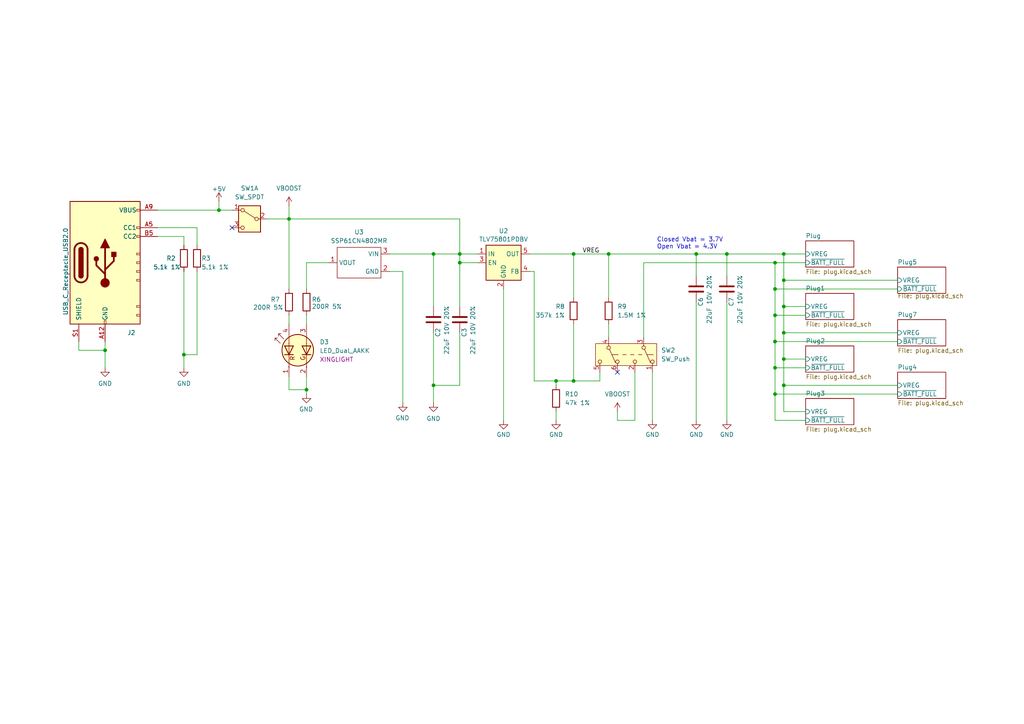
<source format=kicad_sch>
(kicad_sch (version 20250114) (generator "eeschema") (generator_version "9.0")
  (paper "A4")
  (lib_symbols
    (symbol "Device:C" (pin_numbers (hide yes)) (pin_names (offset 0.254))
      (property "Reference" "C" (at 0.635 2.54 0))
      (property "Value" "C" (at 0.635 -2.54 0))
      (symbol "C_0_1"
        (polyline (pts (xy -2.032 0.762) (xy 2.032 0.762)) (stroke (width 0.508)))
        (polyline (pts (xy -2.032 -0.762) (xy 2.032 -0.762)) (stroke (width 0.508)))
      )
      (symbol "C_1_1"
        (pin passive line (at 0 3.81 270) (length 2.794) (name "~") (number "1"))
        (pin passive line (at 0 -3.81 90) (length 2.794) (name "~") (number "2"))
      )
    )
    (symbol "Device:R" (pin_numbers (hide yes)) (pin_names (offset 0))
      (property "Reference" "R" (at 2.032 0 90))
      (property "Value" "R" (at 0 0 90))
      (symbol "R_0_1"
        (rectangle (start -1.016 -2.54) (end 1.016 2.54) (stroke (width 0.254)))
      )
      (symbol "R_1_1"
        (pin passive line (at 0 3.81 270) (length 1.27) (name "~") (number "1"))
        (pin passive line (at 0 -3.81 90) (length 1.27) (name "~") (number "2"))
      )
    )
    (symbol "Pixels-dice:LED_Dual_AAKK" (pin_names (offset 0) (hide yes))
      (property "Reference" "D" (at 0 5.715 0))
      (property "Value" "LED_Dual_AAKK" (at 0 -6.35 0))
      (symbol "LED_Dual_AAKK_0_1"
        (polyline (pts (xy -5.08 2.54) (xy 2.032 2.54)))
        (polyline (pts (xy -5.08 -2.54) (xy 2.032 -2.54)))
        (polyline (pts (xy -1.27 3.81) (xy -1.27 1.27)) (stroke (width 0.254)))
        (polyline (pts (xy -1.27 -1.27) (xy -1.27 -3.81)) (stroke (width 0.254)))
        (circle (center 0 0) (radius 4.572) (stroke (width 0.254)) (fill (type background)))
        (polyline (pts (xy 1.27 3.81) (xy 1.27 1.27) (xy -1.27 2.54) (xy 1.27 3.81)) (stroke (width 0.254)))
        (polyline (pts (xy 1.27 -1.27) (xy 1.27 -3.81) (xy -1.27 -2.54) (xy 1.27 -1.27)) (stroke (width 0.254)))
        (polyline (pts (xy 2.032 5.08) (xy 3.556 6.604) (xy 2.794 6.604) (xy 3.556 6.604) (xy 3.556 5.842)))
        (polyline (pts (xy 3.302 4.064) (xy 4.826 5.588) (xy 4.064 5.588) (xy 4.826 5.588) (xy 4.826 4.826)))
        (polyline (pts (xy 3.81 2.54) (xy 1.905 2.54)))
        (polyline (pts (xy 3.81 -2.54) (xy 1.905 -2.54)))
      )
      (symbol "LED_Dual_AAKK_1_1"
        (text "R" (at -2.286 1.524 0) (effects (font (size 1.27 1.27))))
        (text "G" (at -2.286 -1.524 0) (effects (font (size 1.27 1.27))))
        (pin input line (at -7.62 2.54 0) (length 3.048) (name "K1") (number "1"))
        (pin input line (at -7.62 -2.54 0) (length 3.048) (name "K2") (number "2"))
        (pin input line (at 7.62 2.54 180) (length 3.81) (name "A1") (number "4"))
        (pin input line (at 7.62 -2.54 180) (length 3.81) (name "A2") (number "3"))
      )
    )
    (symbol "Pixels-dice:SSP61CN4802MR"
      (property "Reference" "U" (at 0 -5.842 0))
      (property "Value" "SSP61CN4802MR" (at 0 0 0))
      (symbol "SSP61CN4802MR_0_1"
        (rectangle (start -6.35 4.445) (end 6.35 -4.445))
      )
      (symbol "SSP61CN4802MR_1_1"
        (pin power_in line (at -8.89 2.54 0) (length 2.54) (name "VIN") (number "3"))
        (pin power_in line (at -8.89 -2.54 0) (length 2.54) (name "GND") (number "2"))
        (pin output line (at 8.89 0 180) (length 2.54) (name "VOUT") (number "1"))
      )
    )
    (symbol "Pixels-dice:SW_Push_DPDT" (pin_names (offset 0) (hide yes))
      (property "Reference" "SW" (at 0 10.16 0))
      (property "Value" "SW_Push_DPDT" (at 0 -10.16 0))
      (symbol "SW_Push_DPDT_0_0"
        (circle (center -2.032 5.08) (radius 0.508))
        (circle (center -2.032 -5.08) (radius 0.508))
        (circle (center 2.032 2.54) (radius 0.508))
        (circle (center 2.032 -7.62) (radius 0.508))
      )
      (symbol "SW_Push_DPDT_0_1"
        (polyline (pts (xy -1.524 5.334) (xy 2.3368 7.0612)))
        (polyline (pts (xy -1.524 -4.826) (xy 2.3368 -3.0988)))
        (polyline (pts (xy 0 7.874) (xy 0 6.096)))
        (polyline (pts (xy 0 3.556) (xy 0 4.572)))
        (polyline (pts (xy 0 1.27) (xy 0 2.286)))
        (polyline (pts (xy 0 -1.016) (xy 0 0)))
        (polyline (pts (xy 0 -2.286) (xy 0 -4.064)))
        (circle (center 2.032 7.62) (radius 0.508))
        (circle (center 2.032 -2.54) (radius 0.508))
      )
      (symbol "SW_Push_DPDT_1_1"
        (rectangle (start -3.175 8.89) (end 3.175 -8.89) (fill (type background)))
        (pin passive line (at -5.08 5.08 0) (length 2.54) (name "B") (number "3"))
        (pin passive line (at -5.08 -5.08 0) (length 2.54) (name "B") (number "4"))
        (pin passive line (at 5.08 7.62 180) (length 2.54) (name "A") (number "1"))
        (pin passive line (at 5.08 2.54 180) (length 2.54) (name "C") (number "2"))
        (pin passive line (at 5.08 -2.54 180) (length 2.54) (name "A") (number "6"))
        (pin passive line (at 5.08 -7.62 180) (length 2.54) (name "C") (number "5"))
      )
    )
    (symbol "Pixels-dice:USB_C_Receptacle_USB2.0" (pin_names (offset 1.016))
      (property "Reference" "J" (at -10.16 19.05 0))
      (property "Value" "USB_C_Receptacle_USB2.0" (at 19.05 19.05 0))
      (symbol "USB_C_Receptacle_USB2.0_0_0"
        (rectangle (start -0.254 -17.78) (end 0.254 -16.764))
        (rectangle (start 10.16 15.494) (end 9.144 14.986))
        (rectangle (start 10.16 10.414) (end 9.144 9.906))
        (rectangle (start 10.16 7.874) (end 9.144 7.366))
        (rectangle (start 10.16 2.794) (end 9.144 2.286))
        (rectangle (start 10.16 0.254) (end 9.144 -0.254))
        (rectangle (start 10.16 -2.286) (end 9.144 -2.794))
        (rectangle (start 10.16 -4.826) (end 9.144 -5.334))
        (rectangle (start 10.16 -12.446) (end 9.144 -12.954))
        (rectangle (start 10.16 -14.986) (end 9.144 -15.494))
      )
      (symbol "USB_C_Receptacle_USB2.0_0_1"
        (rectangle (start -10.16 17.78) (end 10.16 -17.78) (stroke (width 0.254)) (fill (type background)))
        (polyline (pts (xy -8.89 -3.81) (xy -8.89 3.81)) (stroke (width 0.508)))
        (rectangle (start -7.62 -3.81) (end -6.35 3.81) (stroke (width 0.254)) (fill (type outline)))
        (arc (start -7.62 3.81) (mid -6.985 4.4423) (end -6.35 3.81) (stroke (width 0.254)))
        (arc (start -7.62 3.81) (mid -6.985 4.4423) (end -6.35 3.81) (stroke (width 0.254)) (fill (type outline)))
        (arc (start -8.89 3.81) (mid -6.985 5.7067) (end -5.08 3.81) (stroke (width 0.508)))
        (arc (start -5.08 -3.81) (mid -6.985 -5.7067) (end -8.89 -3.81) (stroke (width 0.508)))
        (arc (start -6.35 -3.81) (mid -6.985 -4.4423) (end -7.62 -3.81) (stroke (width 0.254)))
        (arc (start -6.35 -3.81) (mid -6.985 -4.4423) (end -7.62 -3.81) (stroke (width 0.254)) (fill (type outline)))
        (polyline (pts (xy -5.08 3.81) (xy -5.08 -3.81)) (stroke (width 0.508)))
        (circle (center -2.54 1.143) (radius 0.635) (stroke (width 0.254)) (fill (type outline)))
        (polyline (pts (xy -1.27 4.318) (xy 0 6.858) (xy 1.27 4.318) (xy -1.27 4.318)) (stroke (width 0.254)) (fill (type outline)))
        (polyline (pts (xy 0 -2.032) (xy 2.54 0.508) (xy 2.54 1.778)) (stroke (width 0.508)))
        (polyline (pts (xy 0 -3.302) (xy -2.54 -0.762) (xy -2.54 0.508)) (stroke (width 0.508)))
        (polyline (pts (xy 0 -5.842) (xy 0 4.318)) (stroke (width 0.508)))
        (circle (center 0 -5.842) (radius 1.27) (fill (type outline)))
        (rectangle (start 1.905 1.778) (end 3.175 3.048) (stroke (width 0.254)) (fill (type outline)))
      )
      (symbol "USB_C_Receptacle_USB2.0_1_1"
        (pin passive line (at -7.62 -22.86 90) (length 5.08) (name "SHIELD") (number "S1"))
        (pin passive line (at 0 -22.86 90) (length 5.08) (name "GND") (number "A12"))
        (pin passive line (at 0 -22.86 90) (length 5.08) (hide yes) (name "GND") (number "B12"))
        (pin passive line (at 15.24 15.24 180) (length 5.08) (name "VBUS") (number "A9"))
        (pin passive line (at 15.24 15.24 180) (length 5.08) (hide yes) (name "VBUS") (number "B9"))
        (pin bidirectional line (at 15.24 10.16 180) (length 5.08) (name "CC1") (number "A5"))
        (pin bidirectional line (at 15.24 7.62 180) (length 5.08) (name "CC2") (number "B5"))
      )
    )
    (symbol "Regulator_Linear:TLV75801PDBV"
      (property "Reference" "U" (at -3.81 6.35 0))
      (property "Value" "TLV75801PDBV" (at 0 6.35 0))
      (symbol "TLV75801PDBV_0_1"
        (rectangle (start 5.08 -5.08) (end -5.08 5.08) (stroke (width 0.254)) (fill (type background)))
      )
      (symbol "TLV75801PDBV_1_1"
        (pin power_in line (at -7.62 2.54 0) (length 2.54) (name "IN") (number "1"))
        (pin input line (at -7.62 0 0) (length 2.54) (name "EN") (number "3"))
        (pin power_in line (at 0 -7.62 90) (length 2.54) (name "GND") (number "2"))
        (pin power_out line (at 7.62 2.54 180) (length 2.54) (name "OUT") (number "5"))
        (pin input line (at 7.62 -2.54 180) (length 2.54) (name "FB") (number "4"))
      )
    )
    (symbol "Switch:SW_DPDT_x2" (pin_names (offset 0) (hide yes))
      (property "Reference" "SW" (at 0 5.08 0))
      (property "Value" "SW_DPDT_x2" (at 0 -5.08 0))
      (symbol "SW_DPDT_x2_0_0"
        (circle (center -2.032 0) (radius 0.508))
        (circle (center 2.032 -2.54) (radius 0.508))
      )
      (symbol "SW_DPDT_x2_0_1"
        (rectangle (start -3.175 3.81) (end 3.175 -3.81) (stroke (width 0.254)) (fill (type background)))
        (polyline (pts (xy -1.524 0.254) (xy 1.5748 2.286)))
        (circle (center 2.032 2.54) (radius 0.508))
      )
      (symbol "SW_DPDT_x2_1_1"
        (pin passive line (at -5.08 0 0) (length 2.54) (name "B") (number "2"))
        (pin passive line (at 5.08 2.54 180) (length 2.54) (name "A") (number "1"))
        (pin passive line (at 5.08 -2.54 180) (length 2.54) (name "C") (number "3"))
      )
      (symbol "SW_DPDT_x2_2_1"
        (pin passive line (at -5.08 0 0) (length 2.54) (name "B") (number "5"))
        (pin passive line (at 5.08 2.54 180) (length 2.54) (name "A") (number "4"))
        (pin passive line (at 5.08 -2.54 180) (length 2.54) (name "C") (number "6"))
      )
    )
    (symbol "power:+5V" (power) (pin_names (offset 0))
      (property "Value" "+5V" (at 0 3.556 0))
      (symbol "+5V_0_1"
        (polyline (pts (xy -0.762 1.27) (xy 0 2.54)))
        (polyline (pts (xy 0 2.54) (xy 0.762 1.27)))
        (polyline (pts (xy 0 0) (xy 0 2.54)))
      )
      (symbol "+5V_1_1"
        (pin power_in line (at 0 0 90) (length 0) (hide yes) (name "+5V") (number "1"))
      )
    )
    (symbol "power:GND" (power) (pin_names (offset 0))
      (property "Value" "GND" (at 0 -3.81 0))
      (symbol "GND_0_1"
        (polyline (pts (xy 0 0) (xy 0 -1.27) (xy 1.27 -1.27) (xy 0 -2.54) (xy -1.27 -1.27) (xy 0 -1.27)))
      )
      (symbol "GND_1_1"
        (pin power_in line (at 0 0 270) (length 0) (hide yes) (name "GND") (number "1"))
      )
    )
    (symbol "power:VCC" (power) (pin_numbers (hide yes)) (pin_names (offset 0) (hide yes))
      (property "Value" "VCC" (at 0 3.556 0))
      (symbol "VCC_0_1"
        (polyline (pts (xy -0.762 1.27) (xy 0 2.54)))
        (polyline (pts (xy 0 2.54) (xy 0.762 1.27)))
        (polyline (pts (xy 0 0) (xy 0 2.54)))
      )
      (symbol "VCC_1_1"
        (pin power_in line (at 0 0 90) (length 0) (name "~") (number "1"))
      )
    )
  )
  (text "Closed Vbat = 3.7V\nOpen Vbat = 4.3V\n" (at 190.5 72.39 0) (effects (font (size 1.27 1.27)) (justify left bottom)))
  (junction (at 176.53 73.66))
  (junction (at 133.35 73.66))
  (junction (at 224.79 83.82))
  (junction (at 224.79 114.3))
  (junction (at 227.33 111.76))
  (junction (at 166.37 110.49))
  (junction (at 227.33 104.14))
  (junction (at 83.82 63.5))
  (junction (at 227.33 73.66))
  (junction (at 227.33 88.9))
  (junction (at 53.34 102.87))
  (junction (at 201.93 73.66))
  (junction (at 133.35 76.2))
  (junction (at 63.5 60.96))
  (junction (at 224.79 99.06))
  (junction (at 210.82 73.66))
  (junction (at 166.37 73.66))
  (junction (at 224.79 76.2))
  (junction (at 125.73 111.76))
  (junction (at 227.33 96.52))
  (junction (at 224.79 91.44))
  (junction (at 88.9 113.03))
  (junction (at 227.33 81.28))
  (junction (at 161.29 110.49))
  (junction (at 224.79 106.68))
  (junction (at 125.73 73.66))
  (junction (at 30.48 101.6))
  (no_connect (at 179.07 107.95))
  (no_connect (at 67.31 66.04))
  (wire (pts (xy 224.79 114.3) (xy 260.35 114.3)))
  (wire (pts (xy 227.33 88.9) (xy 233.68 88.9)))
  (wire (pts (xy 133.35 63.5) (xy 133.35 73.66)))
  (wire (pts (xy 227.33 111.76) (xy 260.35 111.76)))
  (wire (pts (xy 210.82 73.66) (xy 210.82 80.01)))
  (wire (pts (xy 153.67 78.74) (xy 154.94 78.74)))
  (wire (pts (xy 210.82 73.66) (xy 227.33 73.66)))
  (wire (pts (xy 189.23 107.95) (xy 189.23 121.92)))
  (wire (pts (xy 45.72 66.04) (xy 57.15 66.04)))
  (wire (pts (xy 186.69 76.2) (xy 224.79 76.2)))
  (wire (pts (xy 88.9 76.2) (xy 88.9 83.82)))
  (wire (pts (xy 88.9 109.22) (xy 88.9 113.03)))
  (wire (pts (xy 45.72 68.58) (xy 53.34 68.58)))
  (wire (pts (xy 22.86 99.06) (xy 22.86 101.6)))
  (wire (pts (xy 201.93 87.63) (xy 201.93 121.92)))
  (wire (pts (xy 138.43 76.2) (xy 133.35 76.2)))
  (wire (pts (xy 133.35 76.2) (xy 133.35 73.66)))
  (wire (pts (xy 227.33 104.14) (xy 227.33 111.76)))
  (wire (pts (xy 224.79 91.44) (xy 224.79 99.06)))
  (wire (pts (xy 184.15 107.95) (xy 184.15 121.92)))
  (wire (pts (xy 88.9 91.44) (xy 88.9 93.98)))
  (wire (pts (xy 224.79 83.82) (xy 224.79 91.44)))
  (wire (pts (xy 227.33 104.14) (xy 233.68 104.14)))
  (wire (pts (xy 63.5 58.42) (xy 63.5 60.96)))
  (wire (pts (xy 154.94 78.74) (xy 154.94 110.49)))
  (wire (pts (xy 227.33 73.66) (xy 227.33 81.28)))
  (wire (pts (xy 30.48 101.6) (xy 30.48 106.68)))
  (wire (pts (xy 83.82 91.44) (xy 83.82 93.98)))
  (wire (pts (xy 227.33 96.52) (xy 227.33 104.14)))
  (wire (pts (xy 125.73 73.66) (xy 133.35 73.66)))
  (wire (pts (xy 83.82 59.69) (xy 83.82 63.5)))
  (wire (pts (xy 133.35 73.66) (xy 138.43 73.66)))
  (wire (pts (xy 161.29 121.92) (xy 161.29 119.38)))
  (wire (pts (xy 125.73 96.52) (xy 125.73 111.76)))
  (wire (pts (xy 53.34 102.87) (xy 53.34 106.68)))
  (wire (pts (xy 224.79 91.44) (xy 233.68 91.44)))
  (wire (pts (xy 227.33 96.52) (xy 260.35 96.52)))
  (wire (pts (xy 176.53 73.66) (xy 201.93 73.66)))
  (wire (pts (xy 125.73 111.76) (xy 125.73 116.84)))
  (wire (pts (xy 133.35 111.76) (xy 125.73 111.76)))
  (wire (pts (xy 260.35 83.82) (xy 224.79 83.82)))
  (wire (pts (xy 227.33 88.9) (xy 227.33 96.52)))
  (wire (pts (xy 224.79 114.3) (xy 224.79 121.92)))
  (wire (pts (xy 166.37 73.66) (xy 176.53 73.66)))
  (wire (pts (xy 176.53 73.66) (xy 176.53 86.36)))
  (wire (pts (xy 201.93 73.66) (xy 201.93 80.01)))
  (wire (pts (xy 77.47 63.5) (xy 83.82 63.5)))
  (wire (pts (xy 133.35 96.52) (xy 133.35 111.76)))
  (wire (pts (xy 224.79 106.68) (xy 233.68 106.68)))
  (wire (pts (xy 224.79 99.06) (xy 224.79 106.68)))
  (wire (pts (xy 22.86 101.6) (xy 30.48 101.6)))
  (wire (pts (xy 161.29 110.49) (xy 161.29 111.76)))
  (wire (pts (xy 233.68 73.66) (xy 227.33 73.66)))
  (wire (pts (xy 154.94 110.49) (xy 161.29 110.49)))
  (wire (pts (xy 57.15 78.74) (xy 57.15 102.87)))
  (wire (pts (xy 57.15 66.04) (xy 57.15 71.12)))
  (wire (pts (xy 53.34 78.74) (xy 53.34 102.87)))
  (wire (pts (xy 227.33 81.28) (xy 227.33 88.9)))
  (wire (pts (xy 113.03 73.66) (xy 125.73 73.66)))
  (wire (pts (xy 166.37 110.49) (xy 173.99 110.49)))
  (wire (pts (xy 224.79 83.82) (xy 224.79 76.2)))
  (wire (pts (xy 201.93 73.66) (xy 210.82 73.66)))
  (wire (pts (xy 179.07 121.92) (xy 179.07 119.38)))
  (wire (pts (xy 45.72 60.96) (xy 63.5 60.96)))
  (wire (pts (xy 184.15 121.92) (xy 179.07 121.92)))
  (wire (pts (xy 83.82 113.03) (xy 88.9 113.03)))
  (wire (pts (xy 83.82 109.22) (xy 83.82 113.03)))
  (wire (pts (xy 63.5 60.96) (xy 67.31 60.96)))
  (wire (pts (xy 161.29 110.49) (xy 166.37 110.49)))
  (wire (pts (xy 133.35 76.2) (xy 133.35 88.9)))
  (wire (pts (xy 176.53 93.98) (xy 176.53 97.79)))
  (wire (pts (xy 224.79 121.92) (xy 233.68 121.92)))
  (wire (pts (xy 224.79 76.2) (xy 233.68 76.2)))
  (wire (pts (xy 227.33 81.28) (xy 260.35 81.28)))
  (wire (pts (xy 227.33 119.38) (xy 233.68 119.38)))
  (wire (pts (xy 227.33 111.76) (xy 227.33 119.38)))
  (wire (pts (xy 53.34 68.58) (xy 53.34 71.12)))
  (wire (pts (xy 116.84 78.74) (xy 116.84 116.84)))
  (wire (pts (xy 186.69 97.79) (xy 186.69 76.2)))
  (wire (pts (xy 57.15 102.87) (xy 53.34 102.87)))
  (wire (pts (xy 166.37 93.98) (xy 166.37 110.49)))
  (wire (pts (xy 30.48 99.06) (xy 30.48 101.6)))
  (wire (pts (xy 153.67 73.66) (xy 166.37 73.66)))
  (wire (pts (xy 113.03 78.74) (xy 116.84 78.74)))
  (wire (pts (xy 95.25 76.2) (xy 88.9 76.2)))
  (wire (pts (xy 125.73 73.66) (xy 125.73 88.9)))
  (wire (pts (xy 146.05 83.82) (xy 146.05 121.92)))
  (wire (pts (xy 224.79 106.68) (xy 224.79 114.3)))
  (wire (pts (xy 83.82 63.5) (xy 133.35 63.5)))
  (wire (pts (xy 224.79 99.06) (xy 260.35 99.06)))
  (wire (pts (xy 210.82 87.63) (xy 210.82 121.92)))
  (wire (pts (xy 83.82 63.5) (xy 83.82 83.82)))
  (wire (pts (xy 173.99 110.49) (xy 173.99 107.95)))
  (wire (pts (xy 88.9 113.03) (xy 88.9 114.3)))
  (wire (pts (xy 166.37 73.66) (xy 166.37 86.36)))
  (label "VREG" (at 168.91 73.66 0))
  (symbol (lib_id "power:GND") (at 201.93 121.92 0) (unit 1)
    (property "Reference" "#PWR017" (effects (hide yes)))
    (property "Value" "GND" (at 201.93 126.0531 0))
  )
  (symbol (lib_id "power:GND") (at 210.82 121.92 0) (unit 1)
    (property "Reference" "#PWR018" (effects (hide yes)))
    (property "Value" "GND" (at 210.82 126.0531 0))
  )
  (symbol (lib_id "Device:R") (at 83.82 87.63 180) (unit 1)
    (property "Reference" "R7" (at 78.486 86.868 0) (effects (justify right)))
    (property "Value" "200R 5%" (at 73.406 89.154 0) (effects (justify right)))
    (property "Footprint" "Resistor_SMD:R_0402_1005Metric" (effects (hide yes)))
    (property "Part Number" "0402WGF2000TCE" (effects (hide yes)))
    (property "Manufacturer" "UNI-ROYAL(Uniroyal Elec)" (effects (hide yes)))
    (property "LCSC Part #" "C25087" (effects (hide yes)))
  )
  (symbol (lib_id "Device:R") (at 161.29 115.57 0) (unit 1)
    (property "Reference" "R10" (at 163.83 114.3 0) (effects (justify left)))
    (property "Value" "47k 1%" (at 163.83 116.84 0) (effects (justify left)))
    (property "Footprint" "Resistor_SMD:R_0402_1005Metric" (effects (hide yes)))
    (property "LCSC Part Number" "C25819" (effects (hide yes)))
    (property "Manufacturer" "UNI-ROYAL(Uniroyal Elec)" (effects (hide yes)))
    (property "Part Number" "0402WGF4702TCE" (effects (hide yes)))
  )
  (symbol (lib_id "power:GND") (at 146.05 121.92 0) (unit 1)
    (property "Reference" "#PWR015" (effects (hide yes)))
    (property "Value" "GND" (at 146.05 126.0531 0))
  )
  (symbol (lib_id "power:+5V") (at 63.5 58.42 0) (unit 1)
    (property "Reference" "#PWR03" (effects (hide yes)))
    (property "Value" "+5V" (at 63.5 54.8155 0))
  )
  (symbol (lib_id "power:VCC") (at 179.07 119.38 0) (unit 1)
    (property "Reference" "#PWR043" (effects (hide yes)))
    (property "Value" "VBOOST" (at 179.07 114.3 0))
    (property "Description" "Power symbol creates a global label with name \"VCC\"" (effects (hide yes)))
  )
  (symbol (lib_id "power:VCC") (at 83.82 59.69 0) (unit 1)
    (property "Reference" "#PWR041" (effects (hide yes)))
    (property "Value" "VBOOST" (at 83.82 54.61 0))
    (property "Description" "Power symbol creates a global label with name \"VCC\"" (effects (hide yes)))
  )
  (symbol (lib_id "Device:R") (at 53.34 74.93 180) (unit 1)
    (property "Reference" "R2" (at 48.26 74.93 0) (effects (justify right)))
    (property "Value" "5.1k 1%" (at 44.45 77.47 0) (effects (justify right)))
    (property "Footprint" "Resistor_SMD:R_0402_1005Metric" (effects (hide yes)))
    (property "LCSC Part Number" "C25905" (effects (hide yes)))
    (property "Part Number" "0402WGF5101TCE" (effects (hide yes)))
    (property "Manufacturer" "UNI-ROYAL(Uniroyal Elec)" (effects (hide yes)))
    (property "Manufacturer Part Number" "0402WGF5101TCE" (effects (hide yes)))
    (property "Generic OK" "YES" (effects (hide yes)))
  )
  (symbol (lib_id "power:GND") (at 53.34 106.68 0) (unit 1)
    (property "Reference" "#PWR08" (effects (hide yes)))
    (property "Value" "GND" (at 53.34 111.2425 0))
  )
  (symbol (lib_id "power:GND") (at 189.23 121.92 0) (unit 1)
    (property "Reference" "#PWR044" (effects (hide yes)))
    (property "Value" "GND" (at 189.23 126.0531 0))
  )
  (symbol (lib_id "Device:R") (at 57.15 74.93 180) (unit 1)
    (property "Reference" "R3" (at 58.42 74.93 0) (effects (justify right)))
    (property "Value" "5.1k 1%" (at 58.42 77.47 0) (effects (justify right)))
    (property "Footprint" "Resistor_SMD:R_0402_1005Metric" (effects (hide yes)))
    (property "LCSC Part Number" "C25905" (effects (hide yes)))
    (property "Part Number" "0402WGF5101TCE" (effects (hide yes)))
    (property "Manufacturer" "UNI-ROYAL(Uniroyal Elec)" (effects (hide yes)))
    (property "Manufacturer Part Number" "0402WGF5101TCE" (effects (hide yes)))
    (property "Generic OK" "YES" (effects (hide yes)))
  )
  (symbol (lib_id "Pixels-dice:LED_Dual_AAKK") (at 86.36 101.6 90) (unit 1)
    (property "Reference" "D3" (at 92.71 99.1869 90) (effects (justify right)))
    (property "Value" "LED_Dual_AAKK" (at 92.71 101.7269 90) (effects (justify right)))
    (property "Footprint" "Pixels-dice:XL-1615SURUGC" (effects (hide yes)))
    (property "Description" "Dual LED, cathodes on pins 1 and 3" (effects (hide yes)))
    (property "Manufacturer" "XINGLIGHT" (at 92.71 104.2669 90) (effects (justify right)))
    (property "Part Number" "XL-1615SURUGC" (effects (hide yes)))
  )
  (symbol (lib_id "Pixels-dice:USB_C_Receptacle_USB2.0") (at 30.48 76.2 0) (unit 1)
    (property "Reference" "J2" (at 38.1 96.52 0))
    (property "Value" "USB_C_Receptacle_USB2.0" (at 19.05 78.74 90))
    (property "Footprint" "Pixels-dice:USB-C-SMD_10P-P1.00-L6.8-W8.9" (effects (hide yes)))
    (property "Datasheet" "https://www.usb.org/sites/default/files/documents/usb_type-c.zip" (effects (hide yes)))
    (property "LCSC Part Number" "C283540" (effects (hide yes)))
    (property "Part Number" "TYPE-C-31-M-17" (effects (hide yes)))
    (property "Manufacturer" "Korean Hroparts Elec" (effects (hide yes)))
    (property "Manufacturer Part Number" "TYPE-C-31-M-17" (effects (hide yes)))
    (property "Generic OK" "NO" (effects (hide yes)))
  )
  (symbol (lib_id "Device:C") (at 210.82 83.82 0) (unit 1)
    (property "Reference" "C7" (at 212.09 88.9 90) (effects (justify left)))
    (property "Value" "22uF 10V 20%" (at 214.63 93.98 90) (effects (justify left)))
    (property "Footprint" "Capacitor_SMD:C_0805_2012Metric" (effects (hide yes)))
    (property "Manufacturer" "Murata" (effects (hide yes)))
    (property "Manufacturer Part Number" "GRM21BR61A226ME51L" (effects (hide yes)))
    (property "Generic OK" "YES" (effects (hide yes)))
    (property "Part Number" "GRM21BR61A226ME51L" (effects (hide yes)))
  )
  (symbol (lib_id "Device:C") (at 125.73 92.71 0) (unit 1)
    (property "Reference" "C2" (at 127 97.79 90) (effects (justify left)))
    (property "Value" "22uF 10V 20%" (at 129.54 102.87 90) (effects (justify left)))
    (property "Footprint" "Capacitor_SMD:C_0805_2012Metric" (effects (hide yes)))
    (property "Manufacturer" "Murata" (effects (hide yes)))
    (property "Manufacturer Part Number" "GRM21BR61A226ME51L" (effects (hide yes)))
    (property "Generic OK" "YES" (effects (hide yes)))
    (property "Part Number" "GRM21BR61A226ME51L" (effects (hide yes)))
  )
  (symbol (lib_id "power:GND") (at 161.29 121.92 0) (unit 1)
    (property "Reference" "#PWR016" (effects (hide yes)))
    (property "Value" "GND" (at 161.29 126.0531 0))
  )
  (symbol (lib_id "power:GND") (at 125.73 116.84 0) (unit 1)
    (property "Reference" "#PWR014" (effects (hide yes)))
    (property "Value" "GND" (at 125.73 121.4025 0))
  )
  (symbol (lib_id "Regulator_Linear:TLV75801PDBV") (at 146.05 76.2 0) (unit 1)
    (property "Reference" "U2" (at 146.05 66.9757 0))
    (property "Value" "TLV75801PDBV" (at 146.05 69.3999 0))
    (property "Footprint" "Package_TO_SOT_SMD:SOT-23-5" (effects (hide yes)))
    (property "Datasheet" "https://www.ti.com/lit/ds/symlink/tlv758p.pdf" (effects (hide yes)))
    (property "LCSC Part Number" "C2877852" (effects (hide yes)))
    (property "Manufacturer" "Texas Instruments" (effects (hide yes)))
    (property "Part Number" "TLV75801PDBVR" (effects (hide yes)))
  )
  (symbol (lib_id "power:GND") (at 30.48 106.68 0) (unit 1)
    (property "Reference" "#PWR07" (effects (hide yes)))
    (property "Value" "GND" (at 30.48 111.2425 0))
  )
  (symbol (lib_id "power:GND") (at 116.84 116.84 0) (mirror y) (unit 1)
    (property "Reference" "#PWR019" (effects (hide yes)))
    (property "Value" "GND" (at 116.713 121.2342 0))
  )
  (symbol (lib_id "Pixels-dice:SSP61CN4802MR") (at 104.14 76.2 0) (mirror y) (unit 1)
    (property "Reference" "U3" (at 104.14 67.31 0))
    (property "Value" "SSP61CN4802MR" (at 104.14 69.85 0))
    (property "Footprint" "Package_TO_SOT_SMD:SOT-23" (effects (hide yes)))
    (property "Manufacturer" "UMW(Youtai Semiconductor Co., Ltd.)" (effects (hide yes)))
    (property "Part Number" "HT7050S" (effects (hide yes)))
    (property "LCSC Part #" "C2842953" (effects (hide yes)))
  )
  (symbol (lib_id "Pixels-dice:SW_Push_DPDT") (at 181.61 102.87 270) (unit 1)
    (property "Reference" "SW2" (at 191.77 101.5999 90) (effects (justify left)))
    (property "Value" "SW_Push" (at 191.77 104.1399 90) (effects (justify left)))
    (property "Footprint" "Pixels-dice:PS-8055SVA-6PNA" (effects (hide yes)))
    (property "Description" "Momentary Switch, dual pole double throw" (effects (hide yes)))
    (property "Manufacturer" "G-Switch" (effects (hide yes)))
    (property "Part Number" "PS-8055SVA-6PNA" (effects (hide yes)))
  )
  (symbol (lib_id "Device:R") (at 88.9 87.63 180) (unit 1)
    (property "Reference" "R6" (at 90.424 86.868 0) (effects (justify right)))
    (property "Value" "200R 5%" (at 90.424 88.9 0) (effects (justify right)))
    (property "Footprint" "Resistor_SMD:R_0402_1005Metric" (effects (hide yes)))
    (property "Part Number" "0402WGF2000TCE" (effects (hide yes)))
    (property "Manufacturer" "UNI-ROYAL(Uniroyal Elec)" (effects (hide yes)))
    (property "LCSC Part #" "C25087" (effects (hide yes)))
  )
  (symbol (lib_id "Switch:SW_DPDT_x2") (at 72.39 63.5 0) (mirror y) (unit 1)
    (property "Reference" "SW1" (at 72.39 54.61 0))
    (property "Value" "SW_SPDT" (at 72.39 57.15 0))
    (property "Footprint" "Pixels-dice:MST22D18G2_125" (effects (hide yes)))
    (property "Description" "Switch, dual pole double throw, separate symbols" (effects (hide yes)))
    (property "Manufacturer" "SHOU HAN" (effects (hide yes)))
    (property "Part Number" "MST22D18G2 125" (effects (hide yes)))
  )
  (symbol (lib_id "Device:C") (at 201.93 83.82 0) (unit 1)
    (property "Reference" "C6" (at 203.2 88.9 90) (effects (justify left)))
    (property "Value" "22uF 10V 20%" (at 205.74 93.98 90) (effects (justify left)))
    (property "Footprint" "Capacitor_SMD:C_0805_2012Metric" (effects (hide yes)))
    (property "Manufacturer" "Murata" (effects (hide yes)))
    (property "Manufacturer Part Number" "GRM21BR61A226ME51L" (effects (hide yes)))
    (property "Generic OK" "YES" (effects (hide yes)))
    (property "Part Number" "GRM21BR61A226ME51L" (effects (hide yes)))
  )
  (symbol (lib_id "Device:R") (at 166.37 90.17 0) (mirror y) (unit 1)
    (property "Reference" "R8" (at 163.83 88.9 0) (effects (justify left)))
    (property "Value" "357k 1%" (at 163.83 91.44 0) (effects (justify left)))
    (property "Footprint" "Resistor_SMD:R_0402_1005Metric" (effects (hide yes)))
    (property "Manufacturer" "UNI-ROYAL(Uniroyal Elec)" (effects (hide yes)))
    (property "Part Number" " 0402WGF3573TCE" (effects (hide yes)))
  )
  (symbol (lib_id "power:GND") (at 88.9 114.3 0) (mirror y) (unit 1)
    (property "Reference" "#PWR046" (effects (hide yes)))
    (property "Value" "GND" (at 88.773 118.6942 0))
  )
  (symbol (lib_id "Device:C") (at 133.35 92.71 0) (unit 1)
    (property "Reference" "C3" (at 134.62 97.79 90) (effects (justify left)))
    (property "Value" "22uF 10V 20%" (at 137.16 102.87 90) (effects (justify left)))
    (property "Footprint" "Capacitor_SMD:C_0805_2012Metric" (effects (hide yes)))
    (property "Manufacturer" "Murata" (effects (hide yes)))
    (property "Manufacturer Part Number" "GRM21BR61A226ME51L" (effects (hide yes)))
    (property "Generic OK" "YES" (effects (hide yes)))
    (property "Part Number" "GRM21BR61A226ME51L" (effects (hide yes)))
  )
  (symbol (lib_id "Device:R") (at 176.53 90.17 0) (unit 1)
    (property "Reference" "R9" (at 179.07 88.8999 0) (effects (justify left)))
    (property "Value" "1.5M 1%" (at 179.07 91.4399 0) (effects (justify left)))
    (property "Footprint" "Resistor_SMD:R_0402_1005Metric" (effects (hide yes)))
    (property "Manufacturer" "UNI-ROYAL(Uniroyal Elec)" (effects (hide yes)))
    (property "Part Number" "0402WGF1504TCE" (effects (hide yes)))
  )
  (sheet (at 233.68 69.85) (size 13.97 7.62) (stroke (width 0.1524))
    (property "Sheetname" "Plug" (at 233.68 69.1384 0) (effects (justify left bottom)))
    (property "Sheetfile" "plug.kicad_sch" (at 233.68 78.0546 0) (effects (justify left top)))
    (pin "VREG" input (at 233.68 73.66 180))
    (pin "~{BATT_FULL}" input (at 233.68 76.2 180))
  )
  (sheet (at 233.68 85.09) (size 13.97 7.62) (stroke (width 0.1524))
    (property "Sheetname" "Plug1" (at 233.68 84.3784 0) (effects (justify left bottom)))
    (property "Sheetfile" "plug.kicad_sch" (at 233.68 93.2946 0) (effects (justify left top)))
    (pin "VREG" input (at 233.68 88.9 180))
    (pin "~{BATT_FULL}" input (at 233.68 91.44 180))
  )
  (sheet (at 233.68 115.57) (size 13.97 7.62) (stroke (width 0.1524))
    (property "Sheetname" "Plug3" (at 233.68 114.8584 0) (effects (justify left bottom)))
    (property "Sheetfile" "plug.kicad_sch" (at 233.68 123.7746 0) (effects (justify left top)))
    (pin "VREG" input (at 233.68 119.38 180))
    (pin "~{BATT_FULL}" input (at 233.68 121.92 180))
  )
  (sheet (at 260.35 107.95) (size 13.97 7.62) (stroke (width 0.1524))
    (property "Sheetname" "Plug4" (at 260.35 107.2384 0) (effects (justify left bottom)))
    (property "Sheetfile" "plug.kicad_sch" (at 260.35 116.1546 0) (effects (justify left top)))
    (pin "VREG" input (at 260.35 111.76 180))
    (pin "~{BATT_FULL}" input (at 260.35 114.3 180))
  )
  (sheet (at 233.68 100.33) (size 13.97 7.62) (stroke (width 0.1524))
    (property "Sheetname" "Plug2" (at 233.68 99.6184 0) (effects (justify left bottom)))
    (property "Sheetfile" "plug.kicad_sch" (at 233.68 108.5346 0) (effects (justify left top)))
    (pin "VREG" input (at 233.68 104.14 180))
    (pin "~{BATT_FULL}" input (at 233.68 106.68 180))
  )
  (sheet (at 260.35 77.47) (size 13.97 7.62) (stroke (width 0.1524))
    (property "Sheetname" "Plug5" (at 260.35 76.7584 0) (effects (justify left bottom)))
    (property "Sheetfile" "plug.kicad_sch" (at 260.35 85.09 0) (effects (justify left top)))
    (pin "VREG" input (at 260.35 81.28 180))
    (pin "~{BATT_FULL}" input (at 260.35 83.82 180))
  )
  (sheet (at 260.35 92.71) (size 13.97 7.62) (stroke (width 0.1524))
    (property "Sheetname" "Plug7" (at 260.35 91.9984 0) (effects (justify left bottom)))
    (property "Sheetfile" "plug.kicad_sch" (at 260.35 100.9146 0) (effects (justify left top)))
    (pin "VREG" input (at 260.35 96.52 180))
    (pin "~{BATT_FULL}" input (at 260.35 99.06 180))
  )
)
</source>
